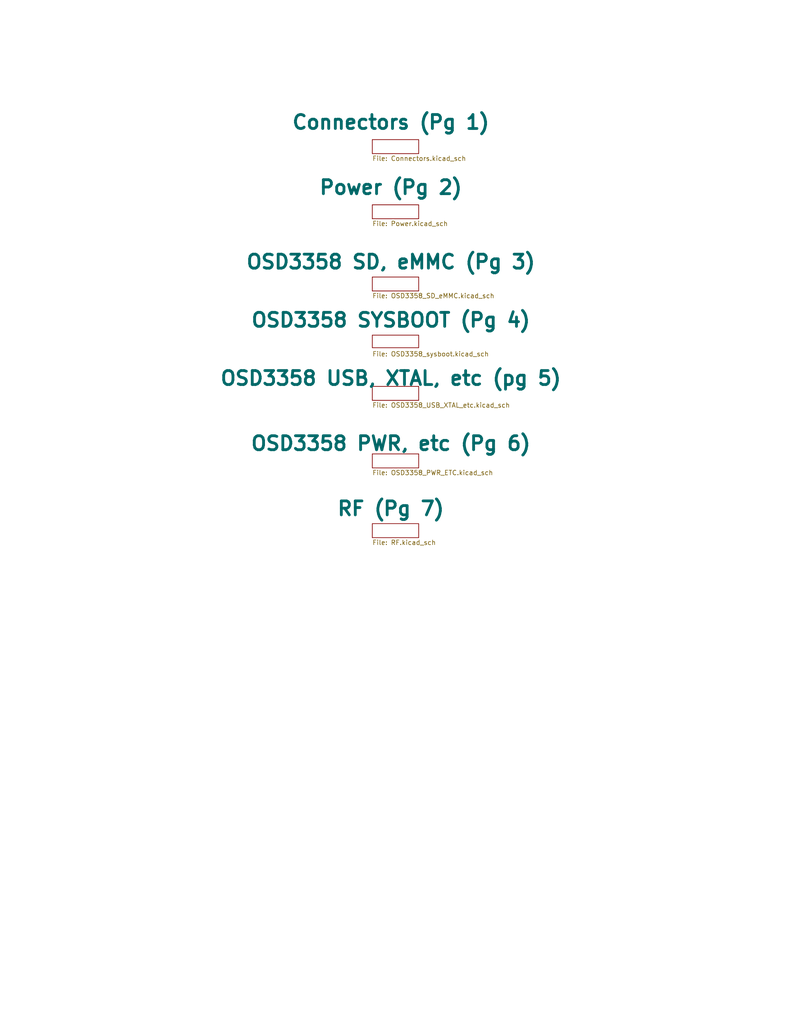
<source format=kicad_sch>
(kicad_sch (version 20211123) (generator eeschema)
  (paper "A" portrait)
  (title_block (title "Oresat DxWifi Card") (date "2022-01-30") (rev "1.2"))
  (lib_symbols)
  (sheet (at 101.6 142.875) (size 12.7 3.81)
    (property "Sheet name" "RF (Pg 7)" (at 106.68 140.97 0) (effects (font (size 3.81 3.81) bold) (justify bottom)))
    (property "Sheet file" "RF.kicad_sch" (at 101.6 147.2696 0) (effects (justify left top)))
  )
  (sheet (at 101.6 38.1) (size 12.7 3.81)
    (property "Sheet name" "Connectors (Pg 1)" (at 106.68 35.56 0) (effects (font (size 3.81 3.81) bold) (justify bottom)))
    (property "Sheet file" "Connectors.kicad_sch" (at 101.6 42.4946 0) (effects (justify left top)))
  )
  (sheet (at 101.6 105.41) (size 12.7 3.81)
    (property "Sheet name" "OSD3358 USB, XTAL, etc (pg 5)" (at 106.68 105.41 0) (effects (font (size 3.81 3.81) bold) (justify bottom)))
    (property "Sheet file" "OSD3358_USB_XTAL_etc.kicad_sch" (at 101.6 109.8046 0) (effects (justify left top)))
  )
  (sheet (at 101.6 75.565) (size 12.7 3.81)
    (property "Sheet name" "OSD3358 SD, eMMC (Pg 3)" (at 106.68 73.66 0) (effects (font (size 3.81 3.81) bold) (justify bottom)))
    (property "Sheet file" "OSD3358_SD_eMMC.kicad_sch" (at 101.6 79.9596 0) (effects (justify left top)))
  )
  (sheet (at 101.6 91.44) (size 12.7 3.413)
    (property "Sheet name" "OSD3358 SYSBOOT (Pg 4)" (at 106.68 89.535 0) (effects (font (size 3.81 3.81) bold) (justify bottom)))
    (property "Sheet file" "OSD3358_sysboot.kicad_sch" (at 101.6 95.8346 0) (effects (justify left top)))
  )
  (sheet (at 101.6 123.825) (size 12.7 3.81)
    (property "Sheet name" "OSD3358 PWR, etc (Pg 6)" (at 106.68 123.19 0) (effects (font (size 3.81 3.81) bold) (justify bottom)))
    (property "Sheet file" "OSD3358_PWR_ETC.kicad_sch" (at 101.6 128.2196 0) (effects (justify left top)))
  )
  (sheet (at 101.6 55.88) (size 12.7 3.81)
    (property "Sheet name" "Power (Pg 2)" (at 106.68 53.34 0) (effects (font (size 3.81 3.81) bold) (justify bottom)))
    (property "Sheet file" "Power.kicad_sch" (at 101.6 60.2746 0) (effects (justify left top)))
  )
)
</source>
